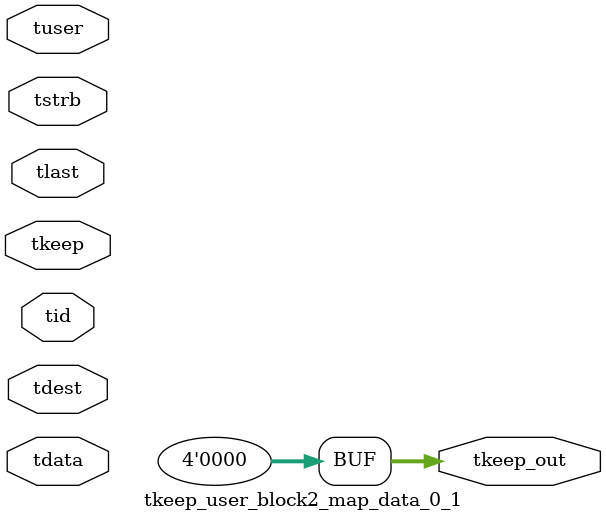
<source format=v>


`timescale 1ps/1ps

module tkeep_user_block2_map_data_0_1 #
(
parameter C_S_AXIS_TDATA_WIDTH = 32,
parameter C_S_AXIS_TUSER_WIDTH = 0,
parameter C_S_AXIS_TID_WIDTH   = 0,
parameter C_S_AXIS_TDEST_WIDTH = 0,
parameter C_M_AXIS_TDATA_WIDTH = 32
)
(
input  [(C_S_AXIS_TDATA_WIDTH == 0 ? 1 : C_S_AXIS_TDATA_WIDTH)-1:0     ] tdata,
input  [(C_S_AXIS_TUSER_WIDTH == 0 ? 1 : C_S_AXIS_TUSER_WIDTH)-1:0     ] tuser,
input  [(C_S_AXIS_TID_WIDTH   == 0 ? 1 : C_S_AXIS_TID_WIDTH)-1:0       ] tid,
input  [(C_S_AXIS_TDEST_WIDTH == 0 ? 1 : C_S_AXIS_TDEST_WIDTH)-1:0     ] tdest,
input  [(C_S_AXIS_TDATA_WIDTH/8)-1:0 ] tkeep,
input  [(C_S_AXIS_TDATA_WIDTH/8)-1:0 ] tstrb,
input                                                                    tlast,
output [(C_M_AXIS_TDATA_WIDTH/8)-1:0 ] tkeep_out
);

assign tkeep_out = {1'b0};

endmodule


</source>
